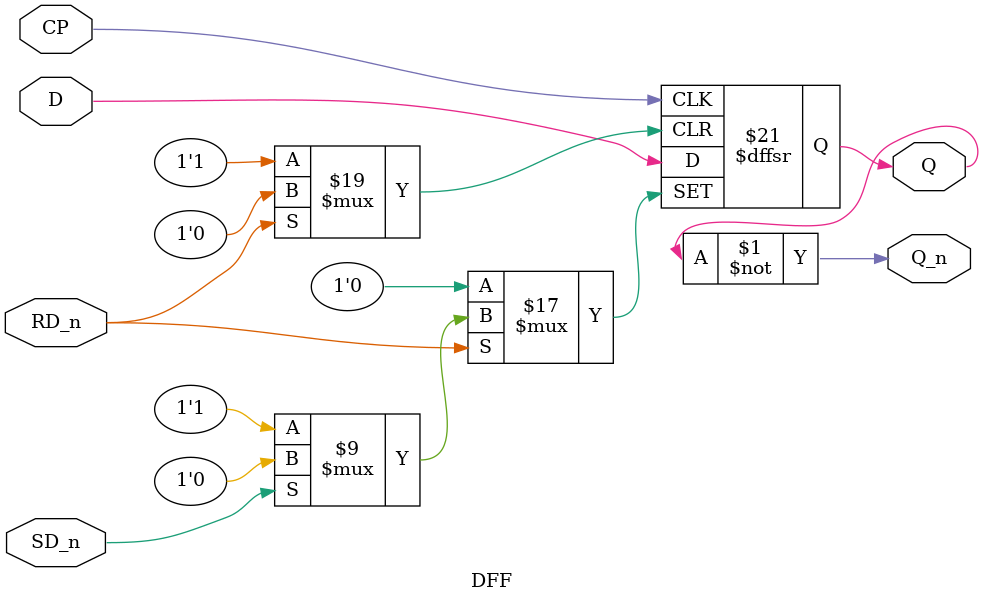
<source format=v>
`timescale 1ns / 1ps


module sysu_74LS74(
    input D0,
	input RD0_n,
	input SD0_n,
	input CP0,
	input D1,
	input RD1_n,
	input SD1_n,
	input CP1,
	output Q0,
	output Q0_n,
	output Q1,
	output Q1_n
);
	DFF dff1(.D(D0),.RD_n(RD0_n),.SD_n(SD0_n),.CP(CP0),.Q(Q0),.Q_n(Q0_n));
	DFF dff2(.D(D1),.RD_n(RD1_n),.SD_n(SD1_n),.CP(CP1),.Q(Q1),.Q_n(Q1_n));

endmodule

module DFF(
	input D,
	input RD_n,
	input SD_n,
	input CP,
	output reg Q,
	output Q_n
);
	assign Q_n = ~Q;
	
	always @(posedge CP or negedge SD_n or negedge RD_n)
		begin
			if(!SD_n)
				Q <= 1'b1;
			else
				begin
					if(!RD_n)
						Q <= 1'b0;
					else
						Q <= D;
				end
		end
		
endmodule

</source>
